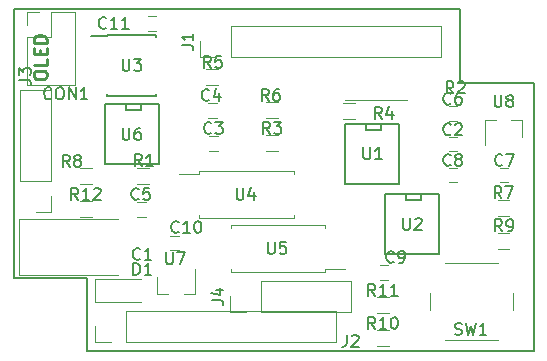
<source format=gto>
G04 #@! TF.FileFunction,Legend,Top*
%FSLAX46Y46*%
G04 Gerber Fmt 4.6, Leading zero omitted, Abs format (unit mm)*
G04 Created by KiCad (PCBNEW 4.0.7) date 07/23/18 00:28:13*
%MOMM*%
%LPD*%
G01*
G04 APERTURE LIST*
%ADD10C,0.100000*%
%ADD11C,0.275000*%
%ADD12C,0.120000*%
%ADD13C,0.150000*%
G04 APERTURE END LIST*
D10*
D11*
X142082119Y-89291118D02*
X142082119Y-89081595D01*
X142134500Y-88976833D01*
X142239262Y-88872071D01*
X142448786Y-88819690D01*
X142815452Y-88819690D01*
X143024976Y-88872071D01*
X143129738Y-88976833D01*
X143182119Y-89081595D01*
X143182119Y-89291118D01*
X143129738Y-89395880D01*
X143024976Y-89500642D01*
X142815452Y-89553023D01*
X142448786Y-89553023D01*
X142239262Y-89500642D01*
X142134500Y-89395880D01*
X142082119Y-89291118D01*
X143182119Y-87824452D02*
X143182119Y-88348261D01*
X142082119Y-88348261D01*
X142605929Y-87457785D02*
X142605929Y-87091119D01*
X143182119Y-86933976D02*
X143182119Y-87457785D01*
X142082119Y-87457785D01*
X142082119Y-86933976D01*
X143182119Y-86462547D02*
X142082119Y-86462547D01*
X142082119Y-86200642D01*
X142134500Y-86043500D01*
X142239262Y-85938738D01*
X142344024Y-85886357D01*
X142553548Y-85833976D01*
X142710690Y-85833976D01*
X142920214Y-85886357D01*
X143024976Y-85938738D01*
X143129738Y-86043500D01*
X143182119Y-86200642D01*
X143182119Y-86462547D01*
D12*
X143570000Y-90491000D02*
X140910000Y-90491000D01*
X143570000Y-98171000D02*
X143570000Y-90491000D01*
X140910000Y-98171000D02*
X140910000Y-90491000D01*
X143570000Y-98171000D02*
X140910000Y-98171000D01*
X143570000Y-99441000D02*
X143570000Y-100771000D01*
X143570000Y-100771000D02*
X142240000Y-100771000D01*
X181372000Y-105117000D02*
X176872000Y-105117000D01*
X182622000Y-109117000D02*
X182622000Y-107617000D01*
X176872000Y-111617000D02*
X181372000Y-111617000D01*
X175622000Y-107617000D02*
X175622000Y-109117000D01*
D13*
X173037500Y-93345000D02*
X173037500Y-98425000D01*
X173037500Y-98425000D02*
X168465500Y-98425000D01*
X168465500Y-98425000D02*
X168465500Y-93345000D01*
X168465500Y-93345000D02*
X173037500Y-93345000D01*
X171513500Y-93345000D02*
X171513500Y-93853000D01*
X171513500Y-93853000D02*
X170243500Y-93853000D01*
X170243500Y-93853000D02*
X170243500Y-93345000D01*
X176403000Y-99314000D02*
X176403000Y-104394000D01*
X176403000Y-104394000D02*
X171831000Y-104394000D01*
X171831000Y-104394000D02*
X171831000Y-99314000D01*
X171831000Y-99314000D02*
X176403000Y-99314000D01*
X174879000Y-99314000D02*
X174879000Y-99822000D01*
X174879000Y-99822000D02*
X173609000Y-99822000D01*
X173609000Y-99822000D02*
X173609000Y-99314000D01*
D12*
X177198500Y-94459500D02*
X177898500Y-94459500D01*
X177898500Y-95659500D02*
X177198500Y-95659500D01*
X151800000Y-98470000D02*
X150800000Y-98470000D01*
X150800000Y-97110000D02*
X151800000Y-97110000D01*
X162722000Y-95676000D02*
X161722000Y-95676000D01*
X161722000Y-94316000D02*
X162722000Y-94316000D01*
X168303500Y-91585500D02*
X169303500Y-91585500D01*
X169303500Y-92945500D02*
X168303500Y-92945500D01*
X157560800Y-92802000D02*
X156860800Y-92802000D01*
X156860800Y-91602000D02*
X157560800Y-91602000D01*
X157642000Y-90088000D02*
X156642000Y-90088000D01*
X156642000Y-88728000D02*
X157642000Y-88728000D01*
X162722000Y-92882000D02*
X161722000Y-92882000D01*
X161722000Y-91522000D02*
X162722000Y-91522000D01*
X182343500Y-101137000D02*
X181343500Y-101137000D01*
X181343500Y-99777000D02*
X182343500Y-99777000D01*
X145974000Y-97110000D02*
X146974000Y-97110000D01*
X146974000Y-98470000D02*
X145974000Y-98470000D01*
D13*
X152654000Y-91694000D02*
X152654000Y-96774000D01*
X152654000Y-96774000D02*
X148082000Y-96774000D01*
X148082000Y-96774000D02*
X148082000Y-91694000D01*
X148082000Y-91694000D02*
X152654000Y-91694000D01*
X151130000Y-91694000D02*
X151130000Y-92202000D01*
X151130000Y-92202000D02*
X149860000Y-92202000D01*
X149860000Y-92202000D02*
X149860000Y-91694000D01*
D12*
X182343500Y-103931000D02*
X181343500Y-103931000D01*
X181343500Y-102571000D02*
X182343500Y-102571000D01*
X171120000Y-110826000D02*
X172120000Y-110826000D01*
X172120000Y-112186000D02*
X171120000Y-112186000D01*
X171120000Y-108032000D02*
X172120000Y-108032000D01*
X172120000Y-109392000D02*
X171120000Y-109392000D01*
X147230000Y-106442000D02*
X147230000Y-108442000D01*
X147230000Y-108442000D02*
X151130000Y-108442000D01*
X147230000Y-106442000D02*
X151130000Y-106442000D01*
X156096000Y-97614000D02*
X154396000Y-97614000D01*
X164096000Y-101014000D02*
X164096000Y-101314000D01*
X164096000Y-101314000D02*
X156096000Y-101314000D01*
X156096000Y-101314000D02*
X156096000Y-101014000D01*
X156096000Y-97614000D02*
X156096000Y-97314000D01*
X156096000Y-97314000D02*
X164096000Y-97314000D01*
X164096000Y-97314000D02*
X164096000Y-97614000D01*
X166738000Y-105586000D02*
X168438000Y-105586000D01*
X158738000Y-102186000D02*
X158738000Y-101886000D01*
X158738000Y-101886000D02*
X166738000Y-101886000D01*
X166738000Y-101886000D02*
X166738000Y-102186000D01*
X166738000Y-105586000D02*
X166738000Y-105886000D01*
X166738000Y-105886000D02*
X158738000Y-105886000D01*
X158738000Y-105886000D02*
X158738000Y-105586000D01*
X157642000Y-95596000D02*
X156942000Y-95596000D01*
X156942000Y-94396000D02*
X157642000Y-94396000D01*
X150846000Y-99984000D02*
X151546000Y-99984000D01*
X151546000Y-101184000D02*
X150846000Y-101184000D01*
X177898500Y-93056000D02*
X177198500Y-93056000D01*
X177198500Y-91856000D02*
X177898500Y-91856000D01*
X181516500Y-97063000D02*
X182216500Y-97063000D01*
X182216500Y-98263000D02*
X181516500Y-98263000D01*
X177198500Y-97063000D02*
X177898500Y-97063000D01*
X177898500Y-98263000D02*
X177198500Y-98263000D01*
X171354000Y-105318000D02*
X172054000Y-105318000D01*
X172054000Y-106518000D02*
X171354000Y-106518000D01*
X183446500Y-92982000D02*
X182516500Y-92982000D01*
X180286500Y-92982000D02*
X181216500Y-92982000D01*
X180286500Y-92982000D02*
X180286500Y-95142000D01*
X183446500Y-92982000D02*
X183446500Y-94442000D01*
X154340000Y-104019156D02*
X153640000Y-104019156D01*
X153640000Y-102819156D02*
X154340000Y-102819156D01*
X152537000Y-107776556D02*
X153467000Y-107776556D01*
X155697000Y-107776556D02*
X154767000Y-107776556D01*
X155697000Y-107776556D02*
X155697000Y-105616556D01*
X152537000Y-107776556D02*
X152537000Y-106316556D01*
D13*
X178181000Y-89852500D02*
X184404000Y-89852500D01*
X178181000Y-83629500D02*
X178181000Y-89852500D01*
X146621500Y-106362500D02*
X146621500Y-112585500D01*
X140462000Y-106362500D02*
X146621500Y-106362500D01*
X140400000Y-83610000D02*
X140400000Y-106360000D01*
X140400000Y-83610000D02*
X178150000Y-83610000D01*
X146650000Y-112610000D02*
X184400000Y-112610000D01*
X184400000Y-89860000D02*
X184400000Y-112610000D01*
D12*
X176590000Y-87690000D02*
X176590000Y-85030000D01*
X158750000Y-87690000D02*
X176590000Y-87690000D01*
X158750000Y-85030000D02*
X176590000Y-85030000D01*
X158750000Y-87690000D02*
X158750000Y-85030000D01*
X157480000Y-87690000D02*
X156150000Y-87690000D01*
X156150000Y-87690000D02*
X156150000Y-86360000D01*
X167700000Y-111820000D02*
X167700000Y-109160000D01*
X149860000Y-111820000D02*
X167700000Y-111820000D01*
X149860000Y-109160000D02*
X167700000Y-109160000D01*
X149860000Y-111820000D02*
X149860000Y-109160000D01*
X148590000Y-111820000D02*
X147260000Y-111820000D01*
X147260000Y-111820000D02*
X147260000Y-110490000D01*
X168970000Y-109280000D02*
X168970000Y-106620000D01*
X161290000Y-109280000D02*
X168970000Y-109280000D01*
X161290000Y-106620000D02*
X168970000Y-106620000D01*
X161290000Y-109280000D02*
X161290000Y-106620000D01*
X160020000Y-109280000D02*
X158690000Y-109280000D01*
X158690000Y-109280000D02*
X158690000Y-107950000D01*
X152435000Y-85436000D02*
X151735000Y-85436000D01*
X151735000Y-84236000D02*
X152435000Y-84236000D01*
X146974000Y-101264000D02*
X145974000Y-101264000D01*
X145974000Y-99904000D02*
X146974000Y-99904000D01*
D13*
X148293000Y-85817000D02*
X148293000Y-85867000D01*
X152443000Y-85817000D02*
X152443000Y-85962000D01*
X152443000Y-90967000D02*
X152443000Y-90822000D01*
X148293000Y-90967000D02*
X148293000Y-90822000D01*
X148293000Y-85817000D02*
X152443000Y-85817000D01*
X148293000Y-90967000D02*
X152443000Y-90967000D01*
X148293000Y-85867000D02*
X146893000Y-85867000D01*
D12*
X141466000Y-90023000D02*
X145586000Y-90023000D01*
X141466000Y-85963000D02*
X141466000Y-90023000D01*
X145586000Y-83903000D02*
X145586000Y-90023000D01*
X141466000Y-85963000D02*
X143526000Y-85963000D01*
X143526000Y-85963000D02*
X143526000Y-83903000D01*
X143526000Y-83903000D02*
X145586000Y-83903000D01*
X141466000Y-84963000D02*
X141466000Y-83903000D01*
X141466000Y-83903000D02*
X142526000Y-83903000D01*
X140792000Y-101409000D02*
X149192000Y-101409000D01*
X140792000Y-106109000D02*
X149192000Y-106109000D01*
X140792000Y-101409000D02*
X140792000Y-106109000D01*
X173656000Y-91355000D02*
X168456000Y-91355000D01*
X168456000Y-87715000D02*
X173656000Y-87715000D01*
D13*
X140828781Y-89588933D02*
X141543067Y-89588933D01*
X141685924Y-89636553D01*
X141781162Y-89731791D01*
X141828781Y-89874648D01*
X141828781Y-89969886D01*
X140828781Y-89207981D02*
X140828781Y-88588933D01*
X141209733Y-88922267D01*
X141209733Y-88779409D01*
X141257352Y-88684171D01*
X141304971Y-88636552D01*
X141400210Y-88588933D01*
X141638305Y-88588933D01*
X141733543Y-88636552D01*
X141781162Y-88684171D01*
X141828781Y-88779409D01*
X141828781Y-89065124D01*
X141781162Y-89160362D01*
X141733543Y-89207981D01*
X177736667Y-111148762D02*
X177879524Y-111196381D01*
X178117620Y-111196381D01*
X178212858Y-111148762D01*
X178260477Y-111101143D01*
X178308096Y-111005905D01*
X178308096Y-110910667D01*
X178260477Y-110815429D01*
X178212858Y-110767810D01*
X178117620Y-110720190D01*
X177927143Y-110672571D01*
X177831905Y-110624952D01*
X177784286Y-110577333D01*
X177736667Y-110482095D01*
X177736667Y-110386857D01*
X177784286Y-110291619D01*
X177831905Y-110244000D01*
X177927143Y-110196381D01*
X178165239Y-110196381D01*
X178308096Y-110244000D01*
X178641429Y-110196381D02*
X178879524Y-111196381D01*
X179070001Y-110482095D01*
X179260477Y-111196381D01*
X179498572Y-110196381D01*
X180403334Y-111196381D02*
X179831905Y-111196381D01*
X180117619Y-111196381D02*
X180117619Y-110196381D01*
X180022381Y-110339238D01*
X179927143Y-110434476D01*
X179831905Y-110482095D01*
X169989595Y-95337381D02*
X169989595Y-96146905D01*
X170037214Y-96242143D01*
X170084833Y-96289762D01*
X170180071Y-96337381D01*
X170370548Y-96337381D01*
X170465786Y-96289762D01*
X170513405Y-96242143D01*
X170561024Y-96146905D01*
X170561024Y-95337381D01*
X171561024Y-96337381D02*
X170989595Y-96337381D01*
X171275309Y-96337381D02*
X171275309Y-95337381D01*
X171180071Y-95480238D01*
X171084833Y-95575476D01*
X170989595Y-95623095D01*
X173355095Y-101306381D02*
X173355095Y-102115905D01*
X173402714Y-102211143D01*
X173450333Y-102258762D01*
X173545571Y-102306381D01*
X173736048Y-102306381D01*
X173831286Y-102258762D01*
X173878905Y-102211143D01*
X173926524Y-102115905D01*
X173926524Y-101306381D01*
X174355095Y-101401619D02*
X174402714Y-101354000D01*
X174497952Y-101306381D01*
X174736048Y-101306381D01*
X174831286Y-101354000D01*
X174878905Y-101401619D01*
X174926524Y-101496857D01*
X174926524Y-101592095D01*
X174878905Y-101734952D01*
X174307476Y-102306381D01*
X174926524Y-102306381D01*
X177384334Y-94210143D02*
X177336715Y-94257762D01*
X177193858Y-94305381D01*
X177098620Y-94305381D01*
X176955762Y-94257762D01*
X176860524Y-94162524D01*
X176812905Y-94067286D01*
X176765286Y-93876810D01*
X176765286Y-93733952D01*
X176812905Y-93543476D01*
X176860524Y-93448238D01*
X176955762Y-93353000D01*
X177098620Y-93305381D01*
X177193858Y-93305381D01*
X177336715Y-93353000D01*
X177384334Y-93400619D01*
X177765286Y-93400619D02*
X177812905Y-93353000D01*
X177908143Y-93305381D01*
X178146239Y-93305381D01*
X178241477Y-93353000D01*
X178289096Y-93400619D01*
X178336715Y-93495857D01*
X178336715Y-93591095D01*
X178289096Y-93733952D01*
X177717667Y-94305381D01*
X178336715Y-94305381D01*
X151217334Y-96908881D02*
X150884000Y-96432690D01*
X150645905Y-96908881D02*
X150645905Y-95908881D01*
X151026858Y-95908881D01*
X151122096Y-95956500D01*
X151169715Y-96004119D01*
X151217334Y-96099357D01*
X151217334Y-96242214D01*
X151169715Y-96337452D01*
X151122096Y-96385071D01*
X151026858Y-96432690D01*
X150645905Y-96432690D01*
X152169715Y-96908881D02*
X151598286Y-96908881D01*
X151884000Y-96908881D02*
X151884000Y-95908881D01*
X151788762Y-96051738D01*
X151693524Y-96146976D01*
X151598286Y-96194595D01*
X162072934Y-94178381D02*
X161739600Y-93702190D01*
X161501505Y-94178381D02*
X161501505Y-93178381D01*
X161882458Y-93178381D01*
X161977696Y-93226000D01*
X162025315Y-93273619D01*
X162072934Y-93368857D01*
X162072934Y-93511714D01*
X162025315Y-93606952D01*
X161977696Y-93654571D01*
X161882458Y-93702190D01*
X161501505Y-93702190D01*
X162406267Y-93178381D02*
X163025315Y-93178381D01*
X162691981Y-93559333D01*
X162834839Y-93559333D01*
X162930077Y-93606952D01*
X162977696Y-93654571D01*
X163025315Y-93749810D01*
X163025315Y-93987905D01*
X162977696Y-94083143D01*
X162930077Y-94130762D01*
X162834839Y-94178381D01*
X162549124Y-94178381D01*
X162453886Y-94130762D01*
X162406267Y-94083143D01*
X171537334Y-92908381D02*
X171204000Y-92432190D01*
X170965905Y-92908381D02*
X170965905Y-91908381D01*
X171346858Y-91908381D01*
X171442096Y-91956000D01*
X171489715Y-92003619D01*
X171537334Y-92098857D01*
X171537334Y-92241714D01*
X171489715Y-92336952D01*
X171442096Y-92384571D01*
X171346858Y-92432190D01*
X170965905Y-92432190D01*
X172394477Y-92241714D02*
X172394477Y-92908381D01*
X172156381Y-91860762D02*
X171918286Y-92575048D01*
X172537334Y-92575048D01*
X156919634Y-91289143D02*
X156872015Y-91336762D01*
X156729158Y-91384381D01*
X156633920Y-91384381D01*
X156491062Y-91336762D01*
X156395824Y-91241524D01*
X156348205Y-91146286D01*
X156300586Y-90955810D01*
X156300586Y-90812952D01*
X156348205Y-90622476D01*
X156395824Y-90527238D01*
X156491062Y-90432000D01*
X156633920Y-90384381D01*
X156729158Y-90384381D01*
X156872015Y-90432000D01*
X156919634Y-90479619D01*
X157776777Y-90717714D02*
X157776777Y-91384381D01*
X157538681Y-90336762D02*
X157300586Y-91051048D01*
X157919634Y-91051048D01*
X157059334Y-88590381D02*
X156726000Y-88114190D01*
X156487905Y-88590381D02*
X156487905Y-87590381D01*
X156868858Y-87590381D01*
X156964096Y-87638000D01*
X157011715Y-87685619D01*
X157059334Y-87780857D01*
X157059334Y-87923714D01*
X157011715Y-88018952D01*
X156964096Y-88066571D01*
X156868858Y-88114190D01*
X156487905Y-88114190D01*
X157964096Y-87590381D02*
X157487905Y-87590381D01*
X157440286Y-88066571D01*
X157487905Y-88018952D01*
X157583143Y-87971333D01*
X157821239Y-87971333D01*
X157916477Y-88018952D01*
X157964096Y-88066571D01*
X158011715Y-88161810D01*
X158011715Y-88399905D01*
X157964096Y-88495143D01*
X157916477Y-88542762D01*
X157821239Y-88590381D01*
X157583143Y-88590381D01*
X157487905Y-88542762D01*
X157440286Y-88495143D01*
X161971334Y-91384381D02*
X161638000Y-90908190D01*
X161399905Y-91384381D02*
X161399905Y-90384381D01*
X161780858Y-90384381D01*
X161876096Y-90432000D01*
X161923715Y-90479619D01*
X161971334Y-90574857D01*
X161971334Y-90717714D01*
X161923715Y-90812952D01*
X161876096Y-90860571D01*
X161780858Y-90908190D01*
X161399905Y-90908190D01*
X162828477Y-90384381D02*
X162638000Y-90384381D01*
X162542762Y-90432000D01*
X162495143Y-90479619D01*
X162399905Y-90622476D01*
X162352286Y-90812952D01*
X162352286Y-91193905D01*
X162399905Y-91289143D01*
X162447524Y-91336762D01*
X162542762Y-91384381D01*
X162733239Y-91384381D01*
X162828477Y-91336762D01*
X162876096Y-91289143D01*
X162923715Y-91193905D01*
X162923715Y-90955810D01*
X162876096Y-90860571D01*
X162828477Y-90812952D01*
X162733239Y-90765333D01*
X162542762Y-90765333D01*
X162447524Y-90812952D01*
X162399905Y-90860571D01*
X162352286Y-90955810D01*
X181676834Y-99639381D02*
X181343500Y-99163190D01*
X181105405Y-99639381D02*
X181105405Y-98639381D01*
X181486358Y-98639381D01*
X181581596Y-98687000D01*
X181629215Y-98734619D01*
X181676834Y-98829857D01*
X181676834Y-98972714D01*
X181629215Y-99067952D01*
X181581596Y-99115571D01*
X181486358Y-99163190D01*
X181105405Y-99163190D01*
X182010167Y-98639381D02*
X182676834Y-98639381D01*
X182248262Y-99639381D01*
X145121334Y-96972381D02*
X144788000Y-96496190D01*
X144549905Y-96972381D02*
X144549905Y-95972381D01*
X144930858Y-95972381D01*
X145026096Y-96020000D01*
X145073715Y-96067619D01*
X145121334Y-96162857D01*
X145121334Y-96305714D01*
X145073715Y-96400952D01*
X145026096Y-96448571D01*
X144930858Y-96496190D01*
X144549905Y-96496190D01*
X145692762Y-96400952D02*
X145597524Y-96353333D01*
X145549905Y-96305714D01*
X145502286Y-96210476D01*
X145502286Y-96162857D01*
X145549905Y-96067619D01*
X145597524Y-96020000D01*
X145692762Y-95972381D01*
X145883239Y-95972381D01*
X145978477Y-96020000D01*
X146026096Y-96067619D01*
X146073715Y-96162857D01*
X146073715Y-96210476D01*
X146026096Y-96305714D01*
X145978477Y-96353333D01*
X145883239Y-96400952D01*
X145692762Y-96400952D01*
X145597524Y-96448571D01*
X145549905Y-96496190D01*
X145502286Y-96591429D01*
X145502286Y-96781905D01*
X145549905Y-96877143D01*
X145597524Y-96924762D01*
X145692762Y-96972381D01*
X145883239Y-96972381D01*
X145978477Y-96924762D01*
X146026096Y-96877143D01*
X146073715Y-96781905D01*
X146073715Y-96591429D01*
X146026096Y-96496190D01*
X145978477Y-96448571D01*
X145883239Y-96400952D01*
X149606095Y-93686381D02*
X149606095Y-94495905D01*
X149653714Y-94591143D01*
X149701333Y-94638762D01*
X149796571Y-94686381D01*
X149987048Y-94686381D01*
X150082286Y-94638762D01*
X150129905Y-94591143D01*
X150177524Y-94495905D01*
X150177524Y-93686381D01*
X151082286Y-93686381D02*
X150891809Y-93686381D01*
X150796571Y-93734000D01*
X150748952Y-93781619D01*
X150653714Y-93924476D01*
X150606095Y-94114952D01*
X150606095Y-94495905D01*
X150653714Y-94591143D01*
X150701333Y-94638762D01*
X150796571Y-94686381D01*
X150987048Y-94686381D01*
X151082286Y-94638762D01*
X151129905Y-94591143D01*
X151177524Y-94495905D01*
X151177524Y-94257810D01*
X151129905Y-94162571D01*
X151082286Y-94114952D01*
X150987048Y-94067333D01*
X150796571Y-94067333D01*
X150701333Y-94114952D01*
X150653714Y-94162571D01*
X150606095Y-94257810D01*
X181719834Y-102433381D02*
X181386500Y-101957190D01*
X181148405Y-102433381D02*
X181148405Y-101433381D01*
X181529358Y-101433381D01*
X181624596Y-101481000D01*
X181672215Y-101528619D01*
X181719834Y-101623857D01*
X181719834Y-101766714D01*
X181672215Y-101861952D01*
X181624596Y-101909571D01*
X181529358Y-101957190D01*
X181148405Y-101957190D01*
X182196024Y-102433381D02*
X182386500Y-102433381D01*
X182481739Y-102385762D01*
X182529358Y-102338143D01*
X182624596Y-102195286D01*
X182672215Y-102004810D01*
X182672215Y-101623857D01*
X182624596Y-101528619D01*
X182576977Y-101481000D01*
X182481739Y-101433381D01*
X182291262Y-101433381D01*
X182196024Y-101481000D01*
X182148405Y-101528619D01*
X182100786Y-101623857D01*
X182100786Y-101861952D01*
X182148405Y-101957190D01*
X182196024Y-102004810D01*
X182291262Y-102052429D01*
X182481739Y-102052429D01*
X182576977Y-102004810D01*
X182624596Y-101957190D01*
X182672215Y-101861952D01*
X170977143Y-110688381D02*
X170643809Y-110212190D01*
X170405714Y-110688381D02*
X170405714Y-109688381D01*
X170786667Y-109688381D01*
X170881905Y-109736000D01*
X170929524Y-109783619D01*
X170977143Y-109878857D01*
X170977143Y-110021714D01*
X170929524Y-110116952D01*
X170881905Y-110164571D01*
X170786667Y-110212190D01*
X170405714Y-110212190D01*
X171929524Y-110688381D02*
X171358095Y-110688381D01*
X171643809Y-110688381D02*
X171643809Y-109688381D01*
X171548571Y-109831238D01*
X171453333Y-109926476D01*
X171358095Y-109974095D01*
X172548571Y-109688381D02*
X172643810Y-109688381D01*
X172739048Y-109736000D01*
X172786667Y-109783619D01*
X172834286Y-109878857D01*
X172881905Y-110069333D01*
X172881905Y-110307429D01*
X172834286Y-110497905D01*
X172786667Y-110593143D01*
X172739048Y-110640762D01*
X172643810Y-110688381D01*
X172548571Y-110688381D01*
X172453333Y-110640762D01*
X172405714Y-110593143D01*
X172358095Y-110497905D01*
X172310476Y-110307429D01*
X172310476Y-110069333D01*
X172358095Y-109878857D01*
X172405714Y-109783619D01*
X172453333Y-109736000D01*
X172548571Y-109688381D01*
X170977143Y-107894381D02*
X170643809Y-107418190D01*
X170405714Y-107894381D02*
X170405714Y-106894381D01*
X170786667Y-106894381D01*
X170881905Y-106942000D01*
X170929524Y-106989619D01*
X170977143Y-107084857D01*
X170977143Y-107227714D01*
X170929524Y-107322952D01*
X170881905Y-107370571D01*
X170786667Y-107418190D01*
X170405714Y-107418190D01*
X171929524Y-107894381D02*
X171358095Y-107894381D01*
X171643809Y-107894381D02*
X171643809Y-106894381D01*
X171548571Y-107037238D01*
X171453333Y-107132476D01*
X171358095Y-107180095D01*
X172881905Y-107894381D02*
X172310476Y-107894381D01*
X172596190Y-107894381D02*
X172596190Y-106894381D01*
X172500952Y-107037238D01*
X172405714Y-107132476D01*
X172310476Y-107180095D01*
X150518905Y-106116381D02*
X150518905Y-105116381D01*
X150757000Y-105116381D01*
X150899858Y-105164000D01*
X150995096Y-105259238D01*
X151042715Y-105354476D01*
X151090334Y-105544952D01*
X151090334Y-105687810D01*
X151042715Y-105878286D01*
X150995096Y-105973524D01*
X150899858Y-106068762D01*
X150757000Y-106116381D01*
X150518905Y-106116381D01*
X152042715Y-106116381D02*
X151471286Y-106116381D01*
X151757000Y-106116381D02*
X151757000Y-105116381D01*
X151661762Y-105259238D01*
X151566524Y-105354476D01*
X151471286Y-105402095D01*
X159258095Y-98766381D02*
X159258095Y-99575905D01*
X159305714Y-99671143D01*
X159353333Y-99718762D01*
X159448571Y-99766381D01*
X159639048Y-99766381D01*
X159734286Y-99718762D01*
X159781905Y-99671143D01*
X159829524Y-99575905D01*
X159829524Y-98766381D01*
X160734286Y-99099714D02*
X160734286Y-99766381D01*
X160496190Y-98718762D02*
X160258095Y-99433048D01*
X160877143Y-99433048D01*
X161900095Y-103338381D02*
X161900095Y-104147905D01*
X161947714Y-104243143D01*
X161995333Y-104290762D01*
X162090571Y-104338381D01*
X162281048Y-104338381D01*
X162376286Y-104290762D01*
X162423905Y-104243143D01*
X162471524Y-104147905D01*
X162471524Y-103338381D01*
X163423905Y-103338381D02*
X162947714Y-103338381D01*
X162900095Y-103814571D01*
X162947714Y-103766952D01*
X163042952Y-103719333D01*
X163281048Y-103719333D01*
X163376286Y-103766952D01*
X163423905Y-103814571D01*
X163471524Y-103909810D01*
X163471524Y-104147905D01*
X163423905Y-104243143D01*
X163376286Y-104290762D01*
X163281048Y-104338381D01*
X163042952Y-104338381D01*
X162947714Y-104290762D01*
X162900095Y-104243143D01*
X157125334Y-94083143D02*
X157077715Y-94130762D01*
X156934858Y-94178381D01*
X156839620Y-94178381D01*
X156696762Y-94130762D01*
X156601524Y-94035524D01*
X156553905Y-93940286D01*
X156506286Y-93749810D01*
X156506286Y-93606952D01*
X156553905Y-93416476D01*
X156601524Y-93321238D01*
X156696762Y-93226000D01*
X156839620Y-93178381D01*
X156934858Y-93178381D01*
X157077715Y-93226000D01*
X157125334Y-93273619D01*
X157458667Y-93178381D02*
X158077715Y-93178381D01*
X157744381Y-93559333D01*
X157887239Y-93559333D01*
X157982477Y-93606952D01*
X158030096Y-93654571D01*
X158077715Y-93749810D01*
X158077715Y-93987905D01*
X158030096Y-94083143D01*
X157982477Y-94130762D01*
X157887239Y-94178381D01*
X157601524Y-94178381D01*
X157506286Y-94130762D01*
X157458667Y-94083143D01*
X150963334Y-99671143D02*
X150915715Y-99718762D01*
X150772858Y-99766381D01*
X150677620Y-99766381D01*
X150534762Y-99718762D01*
X150439524Y-99623524D01*
X150391905Y-99528286D01*
X150344286Y-99337810D01*
X150344286Y-99194952D01*
X150391905Y-99004476D01*
X150439524Y-98909238D01*
X150534762Y-98814000D01*
X150677620Y-98766381D01*
X150772858Y-98766381D01*
X150915715Y-98814000D01*
X150963334Y-98861619D01*
X151868096Y-98766381D02*
X151391905Y-98766381D01*
X151344286Y-99242571D01*
X151391905Y-99194952D01*
X151487143Y-99147333D01*
X151725239Y-99147333D01*
X151820477Y-99194952D01*
X151868096Y-99242571D01*
X151915715Y-99337810D01*
X151915715Y-99575905D01*
X151868096Y-99671143D01*
X151820477Y-99718762D01*
X151725239Y-99766381D01*
X151487143Y-99766381D01*
X151391905Y-99718762D01*
X151344286Y-99671143D01*
X177379334Y-91604143D02*
X177331715Y-91651762D01*
X177188858Y-91699381D01*
X177093620Y-91699381D01*
X176950762Y-91651762D01*
X176855524Y-91556524D01*
X176807905Y-91461286D01*
X176760286Y-91270810D01*
X176760286Y-91127952D01*
X176807905Y-90937476D01*
X176855524Y-90842238D01*
X176950762Y-90747000D01*
X177093620Y-90699381D01*
X177188858Y-90699381D01*
X177331715Y-90747000D01*
X177379334Y-90794619D01*
X178236477Y-90699381D02*
X178046000Y-90699381D01*
X177950762Y-90747000D01*
X177903143Y-90794619D01*
X177807905Y-90937476D01*
X177760286Y-91127952D01*
X177760286Y-91508905D01*
X177807905Y-91604143D01*
X177855524Y-91651762D01*
X177950762Y-91699381D01*
X178141239Y-91699381D01*
X178236477Y-91651762D01*
X178284096Y-91604143D01*
X178331715Y-91508905D01*
X178331715Y-91270810D01*
X178284096Y-91175571D01*
X178236477Y-91127952D01*
X178141239Y-91080333D01*
X177950762Y-91080333D01*
X177855524Y-91127952D01*
X177807905Y-91175571D01*
X177760286Y-91270810D01*
X181760834Y-96813643D02*
X181713215Y-96861262D01*
X181570358Y-96908881D01*
X181475120Y-96908881D01*
X181332262Y-96861262D01*
X181237024Y-96766024D01*
X181189405Y-96670786D01*
X181141786Y-96480310D01*
X181141786Y-96337452D01*
X181189405Y-96146976D01*
X181237024Y-96051738D01*
X181332262Y-95956500D01*
X181475120Y-95908881D01*
X181570358Y-95908881D01*
X181713215Y-95956500D01*
X181760834Y-96004119D01*
X182094167Y-95908881D02*
X182760834Y-95908881D01*
X182332262Y-96908881D01*
X177379334Y-96813643D02*
X177331715Y-96861262D01*
X177188858Y-96908881D01*
X177093620Y-96908881D01*
X176950762Y-96861262D01*
X176855524Y-96766024D01*
X176807905Y-96670786D01*
X176760286Y-96480310D01*
X176760286Y-96337452D01*
X176807905Y-96146976D01*
X176855524Y-96051738D01*
X176950762Y-95956500D01*
X177093620Y-95908881D01*
X177188858Y-95908881D01*
X177331715Y-95956500D01*
X177379334Y-96004119D01*
X177950762Y-96337452D02*
X177855524Y-96289833D01*
X177807905Y-96242214D01*
X177760286Y-96146976D01*
X177760286Y-96099357D01*
X177807905Y-96004119D01*
X177855524Y-95956500D01*
X177950762Y-95908881D01*
X178141239Y-95908881D01*
X178236477Y-95956500D01*
X178284096Y-96004119D01*
X178331715Y-96099357D01*
X178331715Y-96146976D01*
X178284096Y-96242214D01*
X178236477Y-96289833D01*
X178141239Y-96337452D01*
X177950762Y-96337452D01*
X177855524Y-96385071D01*
X177807905Y-96432690D01*
X177760286Y-96527929D01*
X177760286Y-96718405D01*
X177807905Y-96813643D01*
X177855524Y-96861262D01*
X177950762Y-96908881D01*
X178141239Y-96908881D01*
X178236477Y-96861262D01*
X178284096Y-96813643D01*
X178331715Y-96718405D01*
X178331715Y-96527929D01*
X178284096Y-96432690D01*
X178236477Y-96385071D01*
X178141239Y-96337452D01*
X172553334Y-105005143D02*
X172505715Y-105052762D01*
X172362858Y-105100381D01*
X172267620Y-105100381D01*
X172124762Y-105052762D01*
X172029524Y-104957524D01*
X171981905Y-104862286D01*
X171934286Y-104671810D01*
X171934286Y-104528952D01*
X171981905Y-104338476D01*
X172029524Y-104243238D01*
X172124762Y-104148000D01*
X172267620Y-104100381D01*
X172362858Y-104100381D01*
X172505715Y-104148000D01*
X172553334Y-104195619D01*
X173029524Y-105100381D02*
X173220000Y-105100381D01*
X173315239Y-105052762D01*
X173362858Y-105005143D01*
X173458096Y-104862286D01*
X173505715Y-104671810D01*
X173505715Y-104290857D01*
X173458096Y-104195619D01*
X173410477Y-104148000D01*
X173315239Y-104100381D01*
X173124762Y-104100381D01*
X173029524Y-104148000D01*
X172981905Y-104195619D01*
X172934286Y-104290857D01*
X172934286Y-104528952D01*
X172981905Y-104624190D01*
X173029524Y-104671810D01*
X173124762Y-104719429D01*
X173315239Y-104719429D01*
X173410477Y-104671810D01*
X173458096Y-104624190D01*
X173505715Y-104528952D01*
X181102095Y-90892381D02*
X181102095Y-91701905D01*
X181149714Y-91797143D01*
X181197333Y-91844762D01*
X181292571Y-91892381D01*
X181483048Y-91892381D01*
X181578286Y-91844762D01*
X181625905Y-91797143D01*
X181673524Y-91701905D01*
X181673524Y-90892381D01*
X182292571Y-91320952D02*
X182197333Y-91273333D01*
X182149714Y-91225714D01*
X182102095Y-91130476D01*
X182102095Y-91082857D01*
X182149714Y-90987619D01*
X182197333Y-90940000D01*
X182292571Y-90892381D01*
X182483048Y-90892381D01*
X182578286Y-90940000D01*
X182625905Y-90987619D01*
X182673524Y-91082857D01*
X182673524Y-91130476D01*
X182625905Y-91225714D01*
X182578286Y-91273333D01*
X182483048Y-91320952D01*
X182292571Y-91320952D01*
X182197333Y-91368571D01*
X182149714Y-91416190D01*
X182102095Y-91511429D01*
X182102095Y-91701905D01*
X182149714Y-91797143D01*
X182197333Y-91844762D01*
X182292571Y-91892381D01*
X182483048Y-91892381D01*
X182578286Y-91844762D01*
X182625905Y-91797143D01*
X182673524Y-91701905D01*
X182673524Y-91511429D01*
X182625905Y-91416190D01*
X182578286Y-91368571D01*
X182483048Y-91320952D01*
X154348149Y-102465143D02*
X154300530Y-102512762D01*
X154157673Y-102560381D01*
X154062435Y-102560381D01*
X153919577Y-102512762D01*
X153824339Y-102417524D01*
X153776720Y-102322286D01*
X153729101Y-102131810D01*
X153729101Y-101988952D01*
X153776720Y-101798476D01*
X153824339Y-101703238D01*
X153919577Y-101608000D01*
X154062435Y-101560381D01*
X154157673Y-101560381D01*
X154300530Y-101608000D01*
X154348149Y-101655619D01*
X155300530Y-102560381D02*
X154729101Y-102560381D01*
X155014815Y-102560381D02*
X155014815Y-101560381D01*
X154919577Y-101703238D01*
X154824339Y-101798476D01*
X154729101Y-101846095D01*
X155919577Y-101560381D02*
X156014816Y-101560381D01*
X156110054Y-101608000D01*
X156157673Y-101655619D01*
X156205292Y-101750857D01*
X156252911Y-101941333D01*
X156252911Y-102179429D01*
X156205292Y-102369905D01*
X156157673Y-102465143D01*
X156110054Y-102512762D01*
X156014816Y-102560381D01*
X155919577Y-102560381D01*
X155824339Y-102512762D01*
X155776720Y-102465143D01*
X155729101Y-102369905D01*
X155681482Y-102179429D01*
X155681482Y-101941333D01*
X155729101Y-101750857D01*
X155776720Y-101655619D01*
X155824339Y-101608000D01*
X155919577Y-101560381D01*
X153279101Y-104227381D02*
X153279101Y-105036905D01*
X153326720Y-105132143D01*
X153374339Y-105179762D01*
X153469577Y-105227381D01*
X153660054Y-105227381D01*
X153755292Y-105179762D01*
X153802911Y-105132143D01*
X153850530Y-105036905D01*
X153850530Y-104227381D01*
X154231482Y-104227381D02*
X154898149Y-104227381D01*
X154469577Y-105227381D01*
X154602381Y-86693333D02*
X155316667Y-86693333D01*
X155459524Y-86740953D01*
X155554762Y-86836191D01*
X155602381Y-86979048D01*
X155602381Y-87074286D01*
X155602381Y-85693333D02*
X155602381Y-86264762D01*
X155602381Y-85979048D02*
X154602381Y-85979048D01*
X154745238Y-86074286D01*
X154840476Y-86169524D01*
X154888095Y-86264762D01*
X168576667Y-111212381D02*
X168576667Y-111926667D01*
X168529047Y-112069524D01*
X168433809Y-112164762D01*
X168290952Y-112212381D01*
X168195714Y-112212381D01*
X169005238Y-111307619D02*
X169052857Y-111260000D01*
X169148095Y-111212381D01*
X169386191Y-111212381D01*
X169481429Y-111260000D01*
X169529048Y-111307619D01*
X169576667Y-111402857D01*
X169576667Y-111498095D01*
X169529048Y-111640952D01*
X168957619Y-112212381D01*
X169576667Y-112212381D01*
X157142381Y-108283333D02*
X157856667Y-108283333D01*
X157999524Y-108330953D01*
X158094762Y-108426191D01*
X158142381Y-108569048D01*
X158142381Y-108664286D01*
X157475714Y-107378571D02*
X158142381Y-107378571D01*
X157094762Y-107616667D02*
X157809048Y-107854762D01*
X157809048Y-107235714D01*
X148201143Y-85193143D02*
X148153524Y-85240762D01*
X148010667Y-85288381D01*
X147915429Y-85288381D01*
X147772571Y-85240762D01*
X147677333Y-85145524D01*
X147629714Y-85050286D01*
X147582095Y-84859810D01*
X147582095Y-84716952D01*
X147629714Y-84526476D01*
X147677333Y-84431238D01*
X147772571Y-84336000D01*
X147915429Y-84288381D01*
X148010667Y-84288381D01*
X148153524Y-84336000D01*
X148201143Y-84383619D01*
X149153524Y-85288381D02*
X148582095Y-85288381D01*
X148867809Y-85288381D02*
X148867809Y-84288381D01*
X148772571Y-84431238D01*
X148677333Y-84526476D01*
X148582095Y-84574095D01*
X150105905Y-85288381D02*
X149534476Y-85288381D01*
X149820190Y-85288381D02*
X149820190Y-84288381D01*
X149724952Y-84431238D01*
X149629714Y-84526476D01*
X149534476Y-84574095D01*
X145831143Y-99766381D02*
X145497809Y-99290190D01*
X145259714Y-99766381D02*
X145259714Y-98766381D01*
X145640667Y-98766381D01*
X145735905Y-98814000D01*
X145783524Y-98861619D01*
X145831143Y-98956857D01*
X145831143Y-99099714D01*
X145783524Y-99194952D01*
X145735905Y-99242571D01*
X145640667Y-99290190D01*
X145259714Y-99290190D01*
X146783524Y-99766381D02*
X146212095Y-99766381D01*
X146497809Y-99766381D02*
X146497809Y-98766381D01*
X146402571Y-98909238D01*
X146307333Y-99004476D01*
X146212095Y-99052095D01*
X147164476Y-98861619D02*
X147212095Y-98814000D01*
X147307333Y-98766381D01*
X147545429Y-98766381D01*
X147640667Y-98814000D01*
X147688286Y-98861619D01*
X147735905Y-98956857D01*
X147735905Y-99052095D01*
X147688286Y-99194952D01*
X147116857Y-99766381D01*
X147735905Y-99766381D01*
X149606095Y-87844381D02*
X149606095Y-88653905D01*
X149653714Y-88749143D01*
X149701333Y-88796762D01*
X149796571Y-88844381D01*
X149987048Y-88844381D01*
X150082286Y-88796762D01*
X150129905Y-88749143D01*
X150177524Y-88653905D01*
X150177524Y-87844381D01*
X150558476Y-87844381D02*
X151177524Y-87844381D01*
X150844190Y-88225333D01*
X150987048Y-88225333D01*
X151082286Y-88272952D01*
X151129905Y-88320571D01*
X151177524Y-88415810D01*
X151177524Y-88653905D01*
X151129905Y-88749143D01*
X151082286Y-88796762D01*
X150987048Y-88844381D01*
X150701333Y-88844381D01*
X150606095Y-88796762D01*
X150558476Y-88749143D01*
X143565715Y-91162143D02*
X143518096Y-91209762D01*
X143375239Y-91257381D01*
X143280001Y-91257381D01*
X143137143Y-91209762D01*
X143041905Y-91114524D01*
X142994286Y-91019286D01*
X142946667Y-90828810D01*
X142946667Y-90685952D01*
X142994286Y-90495476D01*
X143041905Y-90400238D01*
X143137143Y-90305000D01*
X143280001Y-90257381D01*
X143375239Y-90257381D01*
X143518096Y-90305000D01*
X143565715Y-90352619D01*
X144184762Y-90257381D02*
X144375239Y-90257381D01*
X144470477Y-90305000D01*
X144565715Y-90400238D01*
X144613334Y-90590714D01*
X144613334Y-90924048D01*
X144565715Y-91114524D01*
X144470477Y-91209762D01*
X144375239Y-91257381D01*
X144184762Y-91257381D01*
X144089524Y-91209762D01*
X143994286Y-91114524D01*
X143946667Y-90924048D01*
X143946667Y-90590714D01*
X143994286Y-90400238D01*
X144089524Y-90305000D01*
X144184762Y-90257381D01*
X145041905Y-91257381D02*
X145041905Y-90257381D01*
X145613334Y-91257381D01*
X145613334Y-90257381D01*
X146613334Y-91257381D02*
X146041905Y-91257381D01*
X146327619Y-91257381D02*
X146327619Y-90257381D01*
X146232381Y-90400238D01*
X146137143Y-90495476D01*
X146041905Y-90543095D01*
X151090334Y-104751143D02*
X151042715Y-104798762D01*
X150899858Y-104846381D01*
X150804620Y-104846381D01*
X150661762Y-104798762D01*
X150566524Y-104703524D01*
X150518905Y-104608286D01*
X150471286Y-104417810D01*
X150471286Y-104274952D01*
X150518905Y-104084476D01*
X150566524Y-103989238D01*
X150661762Y-103894000D01*
X150804620Y-103846381D01*
X150899858Y-103846381D01*
X151042715Y-103894000D01*
X151090334Y-103941619D01*
X152042715Y-104846381D02*
X151471286Y-104846381D01*
X151757000Y-104846381D02*
X151757000Y-103846381D01*
X151661762Y-103989238D01*
X151566524Y-104084476D01*
X151471286Y-104132095D01*
X177607334Y-90749381D02*
X177274000Y-90273190D01*
X177035905Y-90749381D02*
X177035905Y-89749381D01*
X177416858Y-89749381D01*
X177512096Y-89797000D01*
X177559715Y-89844619D01*
X177607334Y-89939857D01*
X177607334Y-90082714D01*
X177559715Y-90177952D01*
X177512096Y-90225571D01*
X177416858Y-90273190D01*
X177035905Y-90273190D01*
X177988286Y-89844619D02*
X178035905Y-89797000D01*
X178131143Y-89749381D01*
X178369239Y-89749381D01*
X178464477Y-89797000D01*
X178512096Y-89844619D01*
X178559715Y-89939857D01*
X178559715Y-90035095D01*
X178512096Y-90177952D01*
X177940667Y-90749381D01*
X178559715Y-90749381D01*
M02*

</source>
